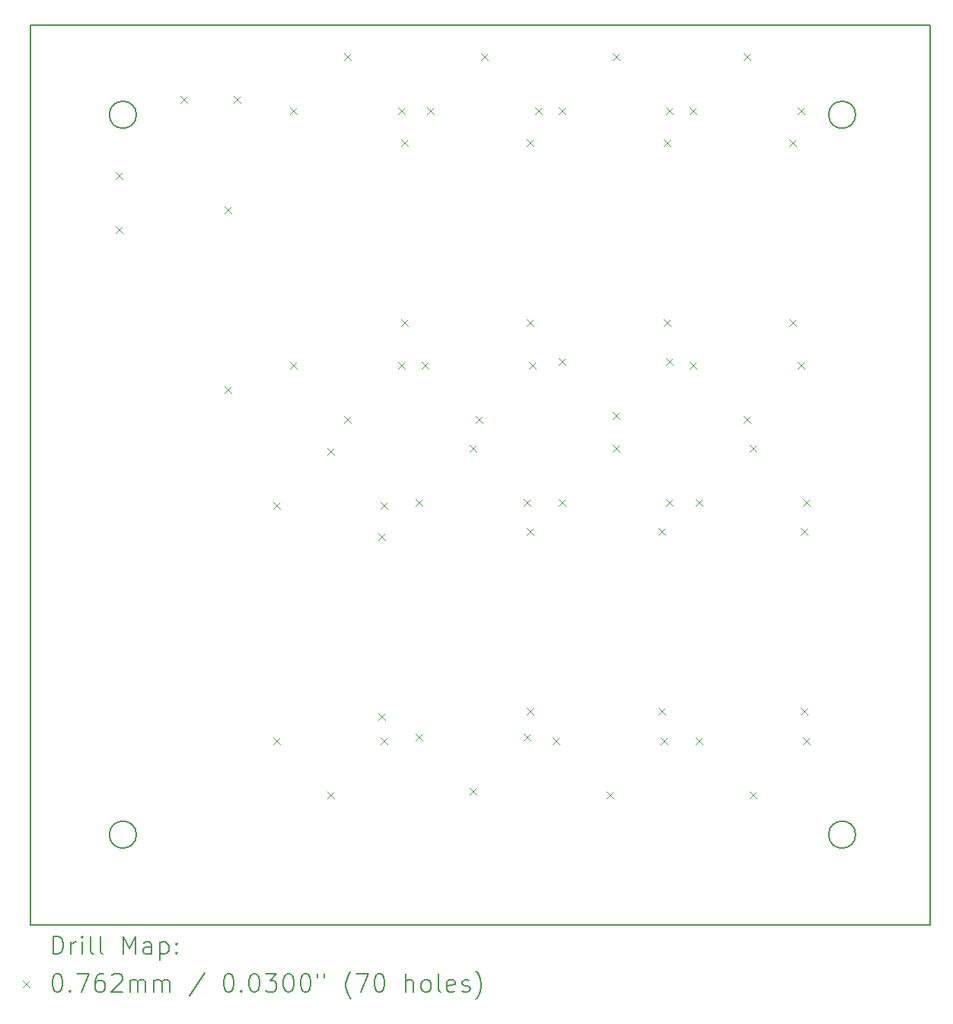
<source format=gbr>
%TF.GenerationSoftware,KiCad,Pcbnew,(6.0.7)*%
%TF.CreationDate,2022-09-05T15:10:39+08:00*%
%TF.ProjectId,6_6,365f362e-6b69-4636-9164-5f7063625858,rev?*%
%TF.SameCoordinates,Original*%
%TF.FileFunction,Drillmap*%
%TF.FilePolarity,Positive*%
%FSLAX45Y45*%
G04 Gerber Fmt 4.5, Leading zero omitted, Abs format (unit mm)*
G04 Created by KiCad (PCBNEW (6.0.7)) date 2022-09-05 15:10:39*
%MOMM*%
%LPD*%
G01*
G04 APERTURE LIST*
%ADD10C,0.200000*%
%ADD11C,0.076200*%
G04 APERTURE END LIST*
D10*
X1176000Y-1206500D02*
X11176000Y-1206500D01*
X11176000Y-1206500D02*
X11176000Y-11206500D01*
X11176000Y-11206500D02*
X1176000Y-11206500D01*
X1176000Y-11206500D02*
X1176000Y-1206500D01*
X2350000Y-2200000D02*
G75*
G03*
X2350000Y-2200000I-150000J0D01*
G01*
X10350000Y-10200000D02*
G75*
G03*
X10350000Y-10200000I-150000J0D01*
G01*
X10350000Y-2200000D02*
G75*
G03*
X10350000Y-2200000I-150000J0D01*
G01*
X2350000Y-10200000D02*
G75*
G03*
X2350000Y-10200000I-150000J0D01*
G01*
D11*
X2120900Y-2836900D02*
X2197100Y-2913100D01*
X2197100Y-2836900D02*
X2120900Y-2913100D01*
X2120900Y-3436900D02*
X2197100Y-3513100D01*
X2197100Y-3436900D02*
X2120900Y-3513100D01*
X2836900Y-1993900D02*
X2913100Y-2070100D01*
X2913100Y-1993900D02*
X2836900Y-2070100D01*
X3327400Y-3216400D02*
X3403600Y-3292600D01*
X3403600Y-3216400D02*
X3327400Y-3292600D01*
X3327400Y-5216400D02*
X3403600Y-5292600D01*
X3403600Y-5216400D02*
X3327400Y-5292600D01*
X3436900Y-1993900D02*
X3513100Y-2070100D01*
X3513100Y-1993900D02*
X3436900Y-2070100D01*
X3870400Y-6502400D02*
X3946600Y-6578600D01*
X3946600Y-6502400D02*
X3870400Y-6578600D01*
X3870400Y-9123400D02*
X3946600Y-9199600D01*
X3946600Y-9123400D02*
X3870400Y-9199600D01*
X4060900Y-2120900D02*
X4137100Y-2197100D01*
X4137100Y-2120900D02*
X4060900Y-2197100D01*
X4060900Y-4949900D02*
X4137100Y-5026100D01*
X4137100Y-4949900D02*
X4060900Y-5026100D01*
X4470400Y-5902400D02*
X4546600Y-5978600D01*
X4546600Y-5902400D02*
X4470400Y-5978600D01*
X4470400Y-9723400D02*
X4546600Y-9799600D01*
X4546600Y-9723400D02*
X4470400Y-9799600D01*
X4660900Y-1520900D02*
X4737100Y-1597100D01*
X4737100Y-1520900D02*
X4660900Y-1597100D01*
X4660900Y-5549900D02*
X4737100Y-5626100D01*
X4737100Y-5549900D02*
X4660900Y-5626100D01*
X5041900Y-6853400D02*
X5118100Y-6929600D01*
X5118100Y-6853400D02*
X5041900Y-6929600D01*
X5041900Y-8853400D02*
X5118100Y-8929600D01*
X5118100Y-8853400D02*
X5041900Y-8929600D01*
X5070400Y-6502400D02*
X5146600Y-6578600D01*
X5146600Y-6502400D02*
X5070400Y-6578600D01*
X5070400Y-9123400D02*
X5146600Y-9199600D01*
X5146600Y-9123400D02*
X5070400Y-9199600D01*
X5260900Y-2120900D02*
X5337100Y-2197100D01*
X5337100Y-2120900D02*
X5260900Y-2197100D01*
X5260900Y-4949900D02*
X5337100Y-5026100D01*
X5337100Y-4949900D02*
X5260900Y-5026100D01*
X5295900Y-2471900D02*
X5372100Y-2548100D01*
X5372100Y-2471900D02*
X5295900Y-2548100D01*
X5295900Y-4471900D02*
X5372100Y-4548100D01*
X5372100Y-4471900D02*
X5295900Y-4548100D01*
X5457900Y-6467400D02*
X5534100Y-6543600D01*
X5534100Y-6467400D02*
X5457900Y-6543600D01*
X5457900Y-9077400D02*
X5534100Y-9153600D01*
X5534100Y-9077400D02*
X5457900Y-9153600D01*
X5521400Y-4949900D02*
X5597600Y-5026100D01*
X5597600Y-4949900D02*
X5521400Y-5026100D01*
X5584900Y-2120900D02*
X5661100Y-2197100D01*
X5661100Y-2120900D02*
X5584900Y-2197100D01*
X6057900Y-5867400D02*
X6134100Y-5943600D01*
X6134100Y-5867400D02*
X6057900Y-5943600D01*
X6057900Y-9677400D02*
X6134100Y-9753600D01*
X6134100Y-9677400D02*
X6057900Y-9753600D01*
X6121400Y-5549900D02*
X6197600Y-5626100D01*
X6197600Y-5549900D02*
X6121400Y-5626100D01*
X6184900Y-1520900D02*
X6261100Y-1597100D01*
X6261100Y-1520900D02*
X6184900Y-1597100D01*
X6657900Y-6467400D02*
X6734100Y-6543600D01*
X6734100Y-6467400D02*
X6657900Y-6543600D01*
X6657900Y-9077400D02*
X6734100Y-9153600D01*
X6734100Y-9077400D02*
X6657900Y-9153600D01*
X6692900Y-2471900D02*
X6769100Y-2548100D01*
X6769100Y-2471900D02*
X6692900Y-2548100D01*
X6692900Y-4471900D02*
X6769100Y-4548100D01*
X6769100Y-4471900D02*
X6692900Y-4548100D01*
X6692900Y-6789900D02*
X6769100Y-6866100D01*
X6769100Y-6789900D02*
X6692900Y-6866100D01*
X6692900Y-8789900D02*
X6769100Y-8866100D01*
X6769100Y-8789900D02*
X6692900Y-8866100D01*
X6721400Y-4949900D02*
X6797600Y-5026100D01*
X6797600Y-4949900D02*
X6721400Y-5026100D01*
X6784900Y-2120900D02*
X6861100Y-2197100D01*
X6861100Y-2120900D02*
X6784900Y-2197100D01*
X6981900Y-9123400D02*
X7058100Y-9199600D01*
X7058100Y-9123400D02*
X6981900Y-9199600D01*
X7045400Y-2120900D02*
X7121600Y-2197100D01*
X7121600Y-2120900D02*
X7045400Y-2197100D01*
X7045400Y-4903900D02*
X7121600Y-4980100D01*
X7121600Y-4903900D02*
X7045400Y-4980100D01*
X7045400Y-6467400D02*
X7121600Y-6543600D01*
X7121600Y-6467400D02*
X7045400Y-6543600D01*
X7581900Y-9723400D02*
X7658100Y-9799600D01*
X7658100Y-9723400D02*
X7581900Y-9799600D01*
X7645400Y-1520900D02*
X7721600Y-1597100D01*
X7721600Y-1520900D02*
X7645400Y-1597100D01*
X7645400Y-5503900D02*
X7721600Y-5580100D01*
X7721600Y-5503900D02*
X7645400Y-5580100D01*
X7645400Y-5867400D02*
X7721600Y-5943600D01*
X7721600Y-5867400D02*
X7645400Y-5943600D01*
X8153400Y-6789900D02*
X8229600Y-6866100D01*
X8229600Y-6789900D02*
X8153400Y-6866100D01*
X8153400Y-8789900D02*
X8229600Y-8866100D01*
X8229600Y-8789900D02*
X8153400Y-8866100D01*
X8181900Y-9123400D02*
X8258100Y-9199600D01*
X8258100Y-9123400D02*
X8181900Y-9199600D01*
X8216900Y-2471900D02*
X8293100Y-2548100D01*
X8293100Y-2471900D02*
X8216900Y-2548100D01*
X8216900Y-4471900D02*
X8293100Y-4548100D01*
X8293100Y-4471900D02*
X8216900Y-4548100D01*
X8245400Y-2120900D02*
X8321600Y-2197100D01*
X8321600Y-2120900D02*
X8245400Y-2197100D01*
X8245400Y-4903900D02*
X8321600Y-4980100D01*
X8321600Y-4903900D02*
X8245400Y-4980100D01*
X8245400Y-6467400D02*
X8321600Y-6543600D01*
X8321600Y-6467400D02*
X8245400Y-6543600D01*
X8505900Y-2120900D02*
X8582100Y-2197100D01*
X8582100Y-2120900D02*
X8505900Y-2197100D01*
X8505900Y-4949900D02*
X8582100Y-5026100D01*
X8582100Y-4949900D02*
X8505900Y-5026100D01*
X8569400Y-6467400D02*
X8645600Y-6543600D01*
X8645600Y-6467400D02*
X8569400Y-6543600D01*
X8569400Y-9123400D02*
X8645600Y-9199600D01*
X8645600Y-9123400D02*
X8569400Y-9199600D01*
X9105900Y-1520900D02*
X9182100Y-1597100D01*
X9182100Y-1520900D02*
X9105900Y-1597100D01*
X9105900Y-5549900D02*
X9182100Y-5626100D01*
X9182100Y-5549900D02*
X9105900Y-5626100D01*
X9169400Y-5867400D02*
X9245600Y-5943600D01*
X9245600Y-5867400D02*
X9169400Y-5943600D01*
X9169400Y-9723400D02*
X9245600Y-9799600D01*
X9245600Y-9723400D02*
X9169400Y-9799600D01*
X9613900Y-2471900D02*
X9690100Y-2548100D01*
X9690100Y-2471900D02*
X9613900Y-2548100D01*
X9613900Y-4471900D02*
X9690100Y-4548100D01*
X9690100Y-4471900D02*
X9613900Y-4548100D01*
X9705900Y-2120900D02*
X9782100Y-2197100D01*
X9782100Y-2120900D02*
X9705900Y-2197100D01*
X9705900Y-4949900D02*
X9782100Y-5026100D01*
X9782100Y-4949900D02*
X9705900Y-5026100D01*
X9740900Y-6789900D02*
X9817100Y-6866100D01*
X9817100Y-6789900D02*
X9740900Y-6866100D01*
X9740900Y-8789900D02*
X9817100Y-8866100D01*
X9817100Y-8789900D02*
X9740900Y-8866100D01*
X9769400Y-6467400D02*
X9845600Y-6543600D01*
X9845600Y-6467400D02*
X9769400Y-6543600D01*
X9769400Y-9123400D02*
X9845600Y-9199600D01*
X9845600Y-9123400D02*
X9769400Y-9199600D01*
D10*
X1423619Y-11526976D02*
X1423619Y-11326976D01*
X1471238Y-11326976D01*
X1499809Y-11336500D01*
X1518857Y-11355548D01*
X1528381Y-11374595D01*
X1537905Y-11412690D01*
X1537905Y-11441262D01*
X1528381Y-11479357D01*
X1518857Y-11498405D01*
X1499809Y-11517452D01*
X1471238Y-11526976D01*
X1423619Y-11526976D01*
X1623619Y-11526976D02*
X1623619Y-11393643D01*
X1623619Y-11431738D02*
X1633143Y-11412690D01*
X1642667Y-11403167D01*
X1661714Y-11393643D01*
X1680762Y-11393643D01*
X1747428Y-11526976D02*
X1747428Y-11393643D01*
X1747428Y-11326976D02*
X1737905Y-11336500D01*
X1747428Y-11346024D01*
X1756952Y-11336500D01*
X1747428Y-11326976D01*
X1747428Y-11346024D01*
X1871238Y-11526976D02*
X1852190Y-11517452D01*
X1842667Y-11498405D01*
X1842667Y-11326976D01*
X1976000Y-11526976D02*
X1956952Y-11517452D01*
X1947428Y-11498405D01*
X1947428Y-11326976D01*
X2204571Y-11526976D02*
X2204571Y-11326976D01*
X2271238Y-11469833D01*
X2337905Y-11326976D01*
X2337905Y-11526976D01*
X2518857Y-11526976D02*
X2518857Y-11422214D01*
X2509333Y-11403167D01*
X2490286Y-11393643D01*
X2452190Y-11393643D01*
X2433143Y-11403167D01*
X2518857Y-11517452D02*
X2499810Y-11526976D01*
X2452190Y-11526976D01*
X2433143Y-11517452D01*
X2423619Y-11498405D01*
X2423619Y-11479357D01*
X2433143Y-11460309D01*
X2452190Y-11450786D01*
X2499810Y-11450786D01*
X2518857Y-11441262D01*
X2614095Y-11393643D02*
X2614095Y-11593643D01*
X2614095Y-11403167D02*
X2633143Y-11393643D01*
X2671238Y-11393643D01*
X2690286Y-11403167D01*
X2699810Y-11412690D01*
X2709333Y-11431738D01*
X2709333Y-11488881D01*
X2699810Y-11507928D01*
X2690286Y-11517452D01*
X2671238Y-11526976D01*
X2633143Y-11526976D01*
X2614095Y-11517452D01*
X2795048Y-11507928D02*
X2804571Y-11517452D01*
X2795048Y-11526976D01*
X2785524Y-11517452D01*
X2795048Y-11507928D01*
X2795048Y-11526976D01*
X2795048Y-11403167D02*
X2804571Y-11412690D01*
X2795048Y-11422214D01*
X2785524Y-11412690D01*
X2795048Y-11403167D01*
X2795048Y-11422214D01*
D11*
X1089800Y-11818400D02*
X1166000Y-11894600D01*
X1166000Y-11818400D02*
X1089800Y-11894600D01*
D10*
X1461714Y-11746976D02*
X1480762Y-11746976D01*
X1499809Y-11756500D01*
X1509333Y-11766024D01*
X1518857Y-11785071D01*
X1528381Y-11823167D01*
X1528381Y-11870786D01*
X1518857Y-11908881D01*
X1509333Y-11927928D01*
X1499809Y-11937452D01*
X1480762Y-11946976D01*
X1461714Y-11946976D01*
X1442667Y-11937452D01*
X1433143Y-11927928D01*
X1423619Y-11908881D01*
X1414095Y-11870786D01*
X1414095Y-11823167D01*
X1423619Y-11785071D01*
X1433143Y-11766024D01*
X1442667Y-11756500D01*
X1461714Y-11746976D01*
X1614095Y-11927928D02*
X1623619Y-11937452D01*
X1614095Y-11946976D01*
X1604571Y-11937452D01*
X1614095Y-11927928D01*
X1614095Y-11946976D01*
X1690286Y-11746976D02*
X1823619Y-11746976D01*
X1737905Y-11946976D01*
X1985524Y-11746976D02*
X1947428Y-11746976D01*
X1928381Y-11756500D01*
X1918857Y-11766024D01*
X1899809Y-11794595D01*
X1890286Y-11832690D01*
X1890286Y-11908881D01*
X1899809Y-11927928D01*
X1909333Y-11937452D01*
X1928381Y-11946976D01*
X1966476Y-11946976D01*
X1985524Y-11937452D01*
X1995048Y-11927928D01*
X2004571Y-11908881D01*
X2004571Y-11861262D01*
X1995048Y-11842214D01*
X1985524Y-11832690D01*
X1966476Y-11823167D01*
X1928381Y-11823167D01*
X1909333Y-11832690D01*
X1899809Y-11842214D01*
X1890286Y-11861262D01*
X2080762Y-11766024D02*
X2090286Y-11756500D01*
X2109333Y-11746976D01*
X2156952Y-11746976D01*
X2176000Y-11756500D01*
X2185524Y-11766024D01*
X2195048Y-11785071D01*
X2195048Y-11804119D01*
X2185524Y-11832690D01*
X2071238Y-11946976D01*
X2195048Y-11946976D01*
X2280762Y-11946976D02*
X2280762Y-11813643D01*
X2280762Y-11832690D02*
X2290286Y-11823167D01*
X2309333Y-11813643D01*
X2337905Y-11813643D01*
X2356952Y-11823167D01*
X2366476Y-11842214D01*
X2366476Y-11946976D01*
X2366476Y-11842214D02*
X2376000Y-11823167D01*
X2395048Y-11813643D01*
X2423619Y-11813643D01*
X2442667Y-11823167D01*
X2452190Y-11842214D01*
X2452190Y-11946976D01*
X2547429Y-11946976D02*
X2547429Y-11813643D01*
X2547429Y-11832690D02*
X2556952Y-11823167D01*
X2576000Y-11813643D01*
X2604571Y-11813643D01*
X2623619Y-11823167D01*
X2633143Y-11842214D01*
X2633143Y-11946976D01*
X2633143Y-11842214D02*
X2642667Y-11823167D01*
X2661714Y-11813643D01*
X2690286Y-11813643D01*
X2709333Y-11823167D01*
X2718857Y-11842214D01*
X2718857Y-11946976D01*
X3109333Y-11737452D02*
X2937905Y-11994595D01*
X3366476Y-11746976D02*
X3385524Y-11746976D01*
X3404571Y-11756500D01*
X3414095Y-11766024D01*
X3423619Y-11785071D01*
X3433143Y-11823167D01*
X3433143Y-11870786D01*
X3423619Y-11908881D01*
X3414095Y-11927928D01*
X3404571Y-11937452D01*
X3385524Y-11946976D01*
X3366476Y-11946976D01*
X3347428Y-11937452D01*
X3337905Y-11927928D01*
X3328381Y-11908881D01*
X3318857Y-11870786D01*
X3318857Y-11823167D01*
X3328381Y-11785071D01*
X3337905Y-11766024D01*
X3347428Y-11756500D01*
X3366476Y-11746976D01*
X3518857Y-11927928D02*
X3528381Y-11937452D01*
X3518857Y-11946976D01*
X3509333Y-11937452D01*
X3518857Y-11927928D01*
X3518857Y-11946976D01*
X3652190Y-11746976D02*
X3671238Y-11746976D01*
X3690286Y-11756500D01*
X3699809Y-11766024D01*
X3709333Y-11785071D01*
X3718857Y-11823167D01*
X3718857Y-11870786D01*
X3709333Y-11908881D01*
X3699809Y-11927928D01*
X3690286Y-11937452D01*
X3671238Y-11946976D01*
X3652190Y-11946976D01*
X3633143Y-11937452D01*
X3623619Y-11927928D01*
X3614095Y-11908881D01*
X3604571Y-11870786D01*
X3604571Y-11823167D01*
X3614095Y-11785071D01*
X3623619Y-11766024D01*
X3633143Y-11756500D01*
X3652190Y-11746976D01*
X3785524Y-11746976D02*
X3909333Y-11746976D01*
X3842667Y-11823167D01*
X3871238Y-11823167D01*
X3890286Y-11832690D01*
X3899809Y-11842214D01*
X3909333Y-11861262D01*
X3909333Y-11908881D01*
X3899809Y-11927928D01*
X3890286Y-11937452D01*
X3871238Y-11946976D01*
X3814095Y-11946976D01*
X3795048Y-11937452D01*
X3785524Y-11927928D01*
X4033143Y-11746976D02*
X4052190Y-11746976D01*
X4071238Y-11756500D01*
X4080762Y-11766024D01*
X4090286Y-11785071D01*
X4099809Y-11823167D01*
X4099809Y-11870786D01*
X4090286Y-11908881D01*
X4080762Y-11927928D01*
X4071238Y-11937452D01*
X4052190Y-11946976D01*
X4033143Y-11946976D01*
X4014095Y-11937452D01*
X4004571Y-11927928D01*
X3995048Y-11908881D01*
X3985524Y-11870786D01*
X3985524Y-11823167D01*
X3995048Y-11785071D01*
X4004571Y-11766024D01*
X4014095Y-11756500D01*
X4033143Y-11746976D01*
X4223619Y-11746976D02*
X4242667Y-11746976D01*
X4261714Y-11756500D01*
X4271238Y-11766024D01*
X4280762Y-11785071D01*
X4290286Y-11823167D01*
X4290286Y-11870786D01*
X4280762Y-11908881D01*
X4271238Y-11927928D01*
X4261714Y-11937452D01*
X4242667Y-11946976D01*
X4223619Y-11946976D01*
X4204571Y-11937452D01*
X4195048Y-11927928D01*
X4185524Y-11908881D01*
X4176000Y-11870786D01*
X4176000Y-11823167D01*
X4185524Y-11785071D01*
X4195048Y-11766024D01*
X4204571Y-11756500D01*
X4223619Y-11746976D01*
X4366476Y-11746976D02*
X4366476Y-11785071D01*
X4442667Y-11746976D02*
X4442667Y-11785071D01*
X4737905Y-12023167D02*
X4728381Y-12013643D01*
X4709333Y-11985071D01*
X4699810Y-11966024D01*
X4690286Y-11937452D01*
X4680762Y-11889833D01*
X4680762Y-11851738D01*
X4690286Y-11804119D01*
X4699810Y-11775548D01*
X4709333Y-11756500D01*
X4728381Y-11727928D01*
X4737905Y-11718405D01*
X4795048Y-11746976D02*
X4928381Y-11746976D01*
X4842667Y-11946976D01*
X5042667Y-11746976D02*
X5061714Y-11746976D01*
X5080762Y-11756500D01*
X5090286Y-11766024D01*
X5099810Y-11785071D01*
X5109333Y-11823167D01*
X5109333Y-11870786D01*
X5099810Y-11908881D01*
X5090286Y-11927928D01*
X5080762Y-11937452D01*
X5061714Y-11946976D01*
X5042667Y-11946976D01*
X5023619Y-11937452D01*
X5014095Y-11927928D01*
X5004571Y-11908881D01*
X4995048Y-11870786D01*
X4995048Y-11823167D01*
X5004571Y-11785071D01*
X5014095Y-11766024D01*
X5023619Y-11756500D01*
X5042667Y-11746976D01*
X5347429Y-11946976D02*
X5347429Y-11746976D01*
X5433143Y-11946976D02*
X5433143Y-11842214D01*
X5423619Y-11823167D01*
X5404571Y-11813643D01*
X5376000Y-11813643D01*
X5356952Y-11823167D01*
X5347429Y-11832690D01*
X5556952Y-11946976D02*
X5537905Y-11937452D01*
X5528381Y-11927928D01*
X5518857Y-11908881D01*
X5518857Y-11851738D01*
X5528381Y-11832690D01*
X5537905Y-11823167D01*
X5556952Y-11813643D01*
X5585524Y-11813643D01*
X5604571Y-11823167D01*
X5614095Y-11832690D01*
X5623619Y-11851738D01*
X5623619Y-11908881D01*
X5614095Y-11927928D01*
X5604571Y-11937452D01*
X5585524Y-11946976D01*
X5556952Y-11946976D01*
X5737905Y-11946976D02*
X5718857Y-11937452D01*
X5709333Y-11918405D01*
X5709333Y-11746976D01*
X5890286Y-11937452D02*
X5871238Y-11946976D01*
X5833143Y-11946976D01*
X5814095Y-11937452D01*
X5804571Y-11918405D01*
X5804571Y-11842214D01*
X5814095Y-11823167D01*
X5833143Y-11813643D01*
X5871238Y-11813643D01*
X5890286Y-11823167D01*
X5899809Y-11842214D01*
X5899809Y-11861262D01*
X5804571Y-11880309D01*
X5976000Y-11937452D02*
X5995048Y-11946976D01*
X6033143Y-11946976D01*
X6052190Y-11937452D01*
X6061714Y-11918405D01*
X6061714Y-11908881D01*
X6052190Y-11889833D01*
X6033143Y-11880309D01*
X6004571Y-11880309D01*
X5985524Y-11870786D01*
X5976000Y-11851738D01*
X5976000Y-11842214D01*
X5985524Y-11823167D01*
X6004571Y-11813643D01*
X6033143Y-11813643D01*
X6052190Y-11823167D01*
X6128381Y-12023167D02*
X6137905Y-12013643D01*
X6156952Y-11985071D01*
X6166476Y-11966024D01*
X6176000Y-11937452D01*
X6185524Y-11889833D01*
X6185524Y-11851738D01*
X6176000Y-11804119D01*
X6166476Y-11775548D01*
X6156952Y-11756500D01*
X6137905Y-11727928D01*
X6128381Y-11718405D01*
M02*

</source>
